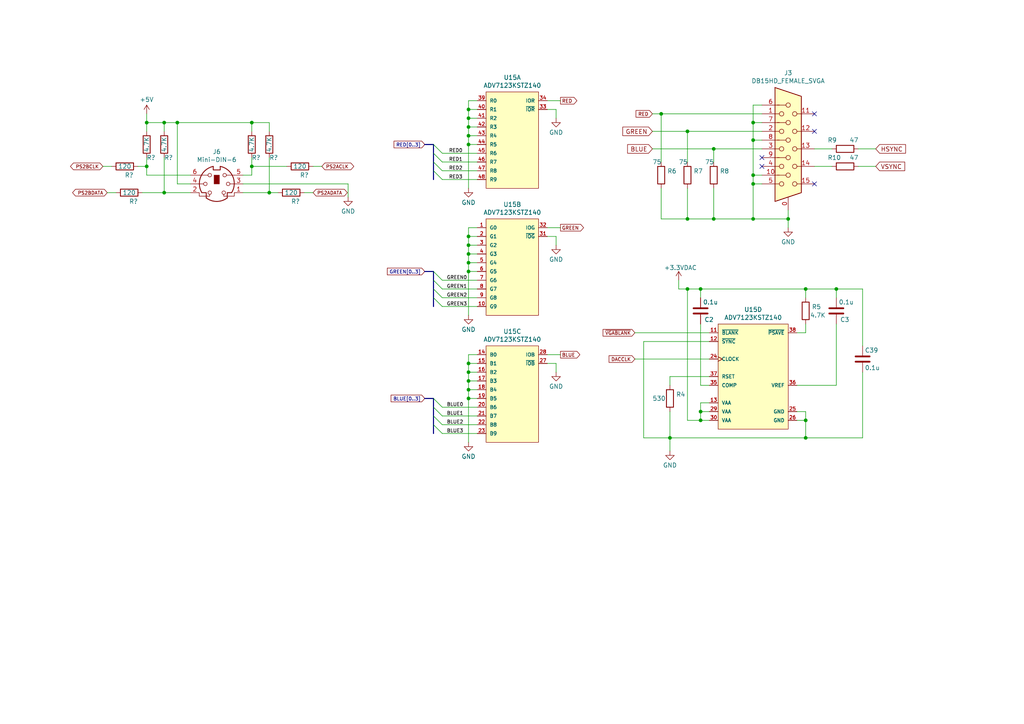
<source format=kicad_sch>
(kicad_sch (version 20230121) (generator eeschema)
  (paper "A4")
  (lib_symbols
    (symbol "Aslak:ADV7123KSTZ140" (pin_names (offset 1.016))
      (property "Reference" "U" (at 0 5.08 0))
      (property "Value" "ADV7123KSTZ140" (at 0 7.62 0))
      (symbol "ADV7123KSTZ140_1_1"
        (rectangle (start 5.08 2.54) (end 20.32 -25.4) (fill (type background)))
        (pin output line (at 22.86 -2.54 180) (length 2.54) (name "~{IOR}") (number "33"))
        (pin output line (at 22.86 0 180) (length 2.54) (name "IOR") (number "34"))
        (pin input line (at 2.54 0 0) (length 2.54) (name "R0") (number "39"))
        (pin input line (at 2.54 -2.54 0) (length 2.54) (name "R1") (number "40"))
        (pin input line (at 2.54 -5.08 0) (length 2.54) (name "R2") (number "41"))
        (pin input line (at 2.54 -7.62 0) (length 2.54) (name "R3") (number "42"))
        (pin input line (at 2.54 -10.16 0) (length 2.54) (name "R4") (number "43"))
        (pin input line (at 2.54 -12.7 0) (length 2.54) (name "R5") (number "44"))
        (pin input line (at 2.54 -15.24 0) (length 2.54) (name "R6") (number "45"))
        (pin input line (at 2.54 -17.78 0) (length 2.54) (name "R7") (number "46"))
        (pin input line (at 2.54 -20.32 0) (length 2.54) (name "R8") (number "47"))
        (pin input line (at 2.54 -22.86 0) (length 2.54) (name "R9") (number "48"))
      )
      (symbol "ADV7123KSTZ140_2_1"
        (rectangle (start 5.08 2.54) (end 20.32 -25.4) (fill (type background)))
        (pin input line (at 2.54 0 0) (length 2.54) (name "G0") (number "1"))
        (pin input line (at 2.54 -22.86 0) (length 2.54) (name "G9") (number "10"))
        (pin input line (at 2.54 -2.54 0) (length 2.54) (name "G1") (number "2"))
        (pin input line (at 2.54 -5.08 0) (length 2.54) (name "G2") (number "3"))
        (pin output line (at 22.86 -2.54 180) (length 2.54) (name "~{IOG}") (number "31"))
        (pin output line (at 22.86 0 180) (length 2.54) (name "IOG") (number "32"))
        (pin input line (at 2.54 -7.62 0) (length 2.54) (name "G3") (number "4"))
        (pin input line (at 2.54 -10.16 0) (length 2.54) (name "G4") (number "5"))
        (pin input line (at 2.54 -12.7 0) (length 2.54) (name "G5") (number "6"))
        (pin input line (at 2.54 -15.24 0) (length 2.54) (name "G6") (number "7"))
        (pin input line (at 2.54 -17.78 0) (length 2.54) (name "G7") (number "8"))
        (pin input line (at 2.54 -20.32 0) (length 2.54) (name "G8") (number "9"))
      )
      (symbol "ADV7123KSTZ140_3_1"
        (rectangle (start 5.08 2.54) (end 20.32 -25.4) (fill (type background)))
        (pin input line (at 2.54 0 0) (length 2.54) (name "B0") (number "14"))
        (pin input line (at 2.54 -2.54 0) (length 2.54) (name "B1") (number "15"))
        (pin input line (at 2.54 -5.08 0) (length 2.54) (name "B2") (number "16"))
        (pin input line (at 2.54 -7.62 0) (length 2.54) (name "B3") (number "17"))
        (pin input line (at 2.54 -10.16 0) (length 2.54) (name "B4") (number "18"))
        (pin input line (at 2.54 -12.7 0) (length 2.54) (name "B5") (number "19"))
        (pin input line (at 2.54 -15.24 0) (length 2.54) (name "B6") (number "20"))
        (pin input line (at 2.54 -17.78 0) (length 2.54) (name "B7") (number "21"))
        (pin input line (at 2.54 -20.32 0) (length 2.54) (name "B8") (number "22"))
        (pin input line (at 2.54 -22.86 0) (length 2.54) (name "B9") (number "23"))
        (pin output line (at 22.86 -2.54 180) (length 2.54) (name "~{IOB}") (number "27"))
        (pin output line (at 22.86 0 180) (length 2.54) (name "IOB") (number "28"))
      )
      (symbol "ADV7123KSTZ140_4_1"
        (rectangle (start 5.08 2.54) (end 25.4 -27.94) (fill (type background)))
        (pin input line (at 2.54 0 0) (length 2.54) (name "~{BLANK}") (number "11"))
        (pin input line (at 2.54 -2.54 0) (length 2.54) (name "~{SYNC}") (number "12"))
        (pin power_in line (at 2.54 -20.32 0) (length 2.54) (name "VAA") (number "13"))
        (pin input clock (at 2.54 -7.62 0) (length 2.54) (name "CLOCK") (number "24"))
        (pin power_in line (at 27.94 -22.86 180) (length 2.54) (name "GND") (number "25"))
        (pin power_in line (at 27.94 -25.4 180) (length 2.54) (name "GND") (number "26"))
        (pin power_in line (at 2.54 -22.86 0) (length 2.54) (name "VAA") (number "29"))
        (pin power_in line (at 2.54 -25.4 0) (length 2.54) (name "VAA") (number "30"))
        (pin passive line (at 2.54 -15.24 0) (length 2.54) (name "COMP") (number "35"))
        (pin bidirectional line (at 27.94 -15.24 180) (length 2.54) (name "VREF") (number "36"))
        (pin input line (at 2.54 -12.7 0) (length 2.54) (name "RSET") (number "37"))
        (pin input line (at 27.94 0 180) (length 2.54) (name "~{PSAVE}") (number "38"))
      )
    )
    (symbol "Connector:Mini-DIN-6" (pin_names (offset 1.016))
      (property "Reference" "J" (at 0 6.35 0))
      (property "Value" "Mini-DIN-6" (at 0 -6.35 0))
      (symbol "Mini-DIN-6_0_1"
        (circle (center -3.302 0) (radius 0.508))
        (arc (start -3.048 -4.064) (mid 0 -5.08) (end 3.048 -4.064) (stroke (width 0.254)))
        (circle (center -2.032 -2.54) (radius 0.508))
        (circle (center -2.032 2.54) (radius 0.508))
        (arc (start -1.016 5.08) (mid -4.6228 2.1214) (end -4.318 -2.54) (stroke (width 0.254)))
        (rectangle (start -0.762 2.54) (end 0.762 0) (fill (type outline)))
        (polyline (pts (xy -3.81 0) (xy -5.08 0)))
        (polyline (pts (xy -2.54 2.54) (xy -5.08 2.54)))
        (polyline (pts (xy 2.794 2.54) (xy 5.08 2.54)))
        (polyline (pts (xy 5.08 0) (xy 3.81 0)))
        (polyline (pts (xy -4.318 -2.54) (xy -3.048 -2.54) (xy -3.048 -4.064)) (stroke (width 0.254)))
        (polyline (pts (xy 4.318 -2.54) (xy 3.048 -2.54) (xy 3.048 -4.064)) (stroke (width 0.254)))
        (polyline (pts (xy -2.032 -3.048) (xy -2.032 -3.556) (xy -5.08 -3.556) (xy -5.08 -2.54)))
        (polyline (pts (xy -1.016 5.08) (xy -1.016 4.064) (xy 1.016 4.064) (xy 1.016 5.08)) (stroke (width 0.254)))
        (polyline (pts (xy 2.032 -3.048) (xy 2.032 -3.556) (xy 5.08 -3.556) (xy 5.08 -2.54)))
        (circle (center 2.032 -2.54) (radius 0.508))
        (circle (center 2.286 2.54) (radius 0.508))
        (circle (center 3.302 0) (radius 0.508))
        (arc (start 4.318 -2.54) (mid 4.6661 2.1322) (end 1.016 5.08) (stroke (width 0.254)))
      )
      (symbol "Mini-DIN-6_1_1"
        (pin passive line (at 7.62 -2.54 180) (length 2.54) (name "~") (number "1"))
        (pin passive line (at -7.62 -2.54 0) (length 2.54) (name "~") (number "2"))
        (pin passive line (at 7.62 0 180) (length 2.54) (name "~") (number "3"))
        (pin passive line (at -7.62 0 0) (length 2.54) (name "~") (number "4"))
        (pin passive line (at 7.62 2.54 180) (length 2.54) (name "~") (number "5"))
        (pin passive line (at -7.62 2.54 0) (length 2.54) (name "~") (number "6"))
      )
    )
    (symbol "Device:C" (pin_numbers hide) (pin_names (offset 0.254))
      (property "Reference" "C" (at 0.635 2.54 0))
      (property "Value" "C" (at 0.635 -2.54 0))
      (symbol "C_0_1"
        (polyline (pts (xy -2.032 -0.762) (xy 2.032 -0.762)) (stroke (width 0.508)))
        (polyline (pts (xy -2.032 0.762) (xy 2.032 0.762)) (stroke (width 0.508)))
      )
      (symbol "C_1_1"
        (pin passive line (at 0 3.81 270) (length 2.794) (name "~") (number "1"))
        (pin passive line (at 0 -3.81 90) (length 2.794) (name "~") (number "2"))
      )
    )
    (symbol "Device:R" (pin_numbers hide) (pin_names (offset 0))
      (property "Reference" "R" (at 2.032 0 90))
      (property "Value" "R" (at 0 0 90))
      (symbol "R_0_1"
        (rectangle (start -1.016 -2.54) (end 1.016 2.54) (stroke (width 0.254)))
      )
      (symbol "R_1_1"
        (pin passive line (at 0 3.81 270) (length 1.27) (name "~") (number "1"))
        (pin passive line (at 0 -3.81 90) (length 1.27) (name "~") (number "2"))
      )
    )
    (symbol "Video+Sound-rescue:DB15_Female_HighDensity_MountingHoles-Connector" (pin_names (offset 1.016) hide)
      (property "Reference" "J" (at 0 21.59 0))
      (property "Value" "Connector_DB15_Female_HighDensity_MountingHoles" (at 0 19.05 0))
      (symbol "DB15_Female_HighDensity_MountingHoles-Connector_0_1"
        (circle (center -1.905 -10.16) (radius 0.635))
        (circle (center -1.905 -5.08) (radius 0.635))
        (circle (center -1.905 0) (radius 0.635))
        (circle (center -1.905 5.08) (radius 0.635))
        (circle (center -1.905 10.16) (radius 0.635))
        (circle (center 0 -7.62) (radius 0.635))
        (circle (center 0 -2.54) (radius 0.635))
        (polyline (pts (xy -3.175 7.62) (xy -0.635 7.62)))
        (polyline (pts (xy -0.635 -7.62) (xy -3.175 -7.62)))
        (polyline (pts (xy -0.635 -2.54) (xy -3.175 -2.54)))
        (polyline (pts (xy -0.635 2.54) (xy -3.175 2.54)))
        (polyline (pts (xy -0.635 12.7) (xy -3.175 12.7)))
        (polyline (pts (xy -3.81 17.78) (xy -3.81 -15.24) (xy 3.81 -12.7) (xy 3.81 15.24) (xy -3.81 17.78)) (stroke (width 0.254)) (fill (type background)))
        (circle (center 0 2.54) (radius 0.635))
        (circle (center 0 7.62) (radius 0.635))
        (circle (center 0 12.7) (radius 0.635))
        (circle (center 1.905 -10.16) (radius 0.635))
        (circle (center 1.905 -5.08) (radius 0.635))
        (circle (center 1.905 0) (radius 0.635))
        (circle (center 1.905 5.08) (radius 0.635))
        (circle (center 1.905 10.16) (radius 0.635))
      )
      (symbol "DB15_Female_HighDensity_MountingHoles-Connector_1_1"
        (pin passive line (at 0 -17.78 90) (length 3.81) (name "~") (number "0"))
        (pin passive line (at -7.62 10.16 0) (length 5.08) (name "~") (number "1"))
        (pin passive line (at -7.62 -7.62 0) (length 5.08) (name "~") (number "10"))
        (pin passive line (at 7.62 10.16 180) (length 5.08) (name "~") (number "11"))
        (pin passive line (at 7.62 5.08 180) (length 5.08) (name "~") (number "12"))
        (pin passive line (at 7.62 0 180) (length 5.08) (name "~") (number "13"))
        (pin passive line (at 7.62 -5.08 180) (length 5.08) (name "~") (number "14"))
        (pin passive line (at 7.62 -10.16 180) (length 5.08) (name "~") (number "15"))
        (pin passive line (at -7.62 5.08 0) (length 5.08) (name "~") (number "2"))
        (pin passive line (at -7.62 0 0) (length 5.08) (name "~") (number "3"))
        (pin passive line (at -7.62 -5.08 0) (length 5.08) (name "~") (number "4"))
        (pin passive line (at -7.62 -10.16 0) (length 5.08) (name "~") (number "5"))
        (pin passive line (at -7.62 12.7 0) (length 5.08) (name "~") (number "6"))
        (pin passive line (at -7.62 7.62 0) (length 5.08) (name "~") (number "7"))
        (pin passive line (at -7.62 2.54 0) (length 5.08) (name "~") (number "8"))
        (pin passive line (at -7.62 -2.54 0) (length 5.08) (name "~") (number "9"))
      )
    )
    (symbol "power:+3.3VDAC" (power) (pin_names (offset 0))
      (property "Value" "+3.3VDAC" (at 0 2.54 0))
      (symbol "+3.3VDAC_0_0"
        (pin power_in line (at 0 0 90) (length 0) hide (name "+3.3VDAC") (number "1"))
      )
      (symbol "+3.3VDAC_0_1"
        (polyline (pts (xy -0.762 1.27) (xy 0 2.54)))
        (polyline (pts (xy 0 0) (xy 0 2.54)))
        (polyline (pts (xy 0 2.54) (xy 0.762 1.27)))
      )
    )
    (symbol "power:+5V" (power) (pin_names (offset 0))
      (property "Value" "+5V" (at 0 3.556 0))
      (symbol "+5V_0_1"
        (polyline (pts (xy -0.762 1.27) (xy 0 2.54)))
        (polyline (pts (xy 0 0) (xy 0 2.54)))
        (polyline (pts (xy 0 2.54) (xy 0.762 1.27)))
      )
      (symbol "+5V_1_1"
        (pin power_in line (at 0 0 90) (length 0) hide (name "+5V") (number "1"))
      )
    )
    (symbol "power:GND" (power) (pin_names (offset 0))
      (property "Value" "GND" (at 0 -3.81 0))
      (symbol "GND_0_1"
        (polyline (pts (xy 0 0) (xy 0 -1.27) (xy 1.27 -1.27) (xy 0 -2.54) (xy -1.27 -1.27) (xy 0 -1.27)))
      )
      (symbol "GND_1_1"
        (pin power_in line (at 0 0 270) (length 0) hide (name "GND") (number "1"))
      )
    )
  )
  (junction (at 135.89 36.83))
  (junction (at 78.105 55.88))
  (junction (at 199.39 38.1))
  (junction (at 218.44 40.64))
  (junction (at 73.025 48.26))
  (junction (at 228.6 63.5))
  (junction (at 203.2 83.82))
  (junction (at 203.2 121.92))
  (junction (at 47.625 55.88))
  (junction (at 135.89 34.29))
  (junction (at 135.89 78.74))
  (junction (at 135.89 76.2))
  (junction (at 233.68 83.82))
  (junction (at 135.89 39.37))
  (junction (at 135.89 105.41))
  (junction (at 218.44 53.34))
  (junction (at 199.39 63.5))
  (junction (at 218.44 35.56))
  (junction (at 233.68 127))
  (junction (at 42.545 35.56))
  (junction (at 207.01 63.5))
  (junction (at 135.89 68.58))
  (junction (at 135.89 31.75))
  (junction (at 218.44 50.8))
  (junction (at 135.89 107.95))
  (junction (at 135.89 73.66))
  (junction (at 135.89 110.49))
  (junction (at 191.77 33.02))
  (junction (at 233.68 121.92))
  (junction (at 199.39 83.82))
  (junction (at 135.89 113.03))
  (junction (at 135.89 115.57))
  (junction (at 42.545 48.26))
  (junction (at 135.89 71.12))
  (junction (at 242.57 83.82))
  (junction (at 73.025 35.56))
  (junction (at 207.01 43.18))
  (junction (at 135.89 41.91))
  (junction (at 194.31 127))
  (junction (at 203.2 119.38))
  (junction (at 47.625 35.56))
  (junction (at 51.435 35.56))
  (junction (at 218.44 63.5))
  (no_connect (at 220.98 45.72))
  (no_connect (at 220.98 48.26))
  (no_connect (at 236.22 33.02))
  (no_connect (at 236.22 53.34))
  (no_connect (at 236.22 38.1))
  (bus_entry (at 125.73 83.82) (size 2.54 2.54))
  (bus_entry (at 125.73 86.36) (size 2.54 2.54))
  (bus_entry (at 125.73 78.74) (size 2.54 2.54))
  (bus_entry (at 125.73 44.45) (size 2.54 2.54))
  (bus_entry (at 125.73 115.57) (size 2.54 2.54))
  (bus_entry (at 125.73 123.19) (size 2.54 2.54))
  (bus_entry (at 125.73 81.28) (size 2.54 2.54))
  (bus_entry (at 125.73 120.65) (size 2.54 2.54))
  (bus_entry (at 125.73 118.11) (size 2.54 2.54))
  (bus_entry (at 125.73 46.99) (size 2.54 2.54))
  (bus_entry (at 125.73 49.53) (size 2.54 2.54))
  (bus_entry (at 125.73 41.91) (size 2.54 2.54))
  (wire (pts (xy 135.89 68.58) (xy 138.43 68.58)))
  (wire (pts (xy 70.485 55.88) (xy 78.105 55.88)))
  (wire (pts (xy 158.75 105.41) (xy 161.29 105.41)))
  (bus (pts (xy 125.73 44.45) (xy 125.73 46.99)))
  (wire (pts (xy 191.77 63.5) (xy 191.77 54.61)))
  (wire (pts (xy 128.27 49.53) (xy 138.43 49.53)))
  (wire (pts (xy 138.43 29.21) (xy 135.89 29.21)))
  (wire (pts (xy 135.89 71.12) (xy 135.89 73.66)))
  (wire (pts (xy 218.44 30.48) (xy 220.98 30.48)))
  (wire (pts (xy 138.43 125.73) (xy 128.27 125.73)))
  (wire (pts (xy 250.19 83.82) (xy 242.57 83.82)))
  (wire (pts (xy 138.43 76.2) (xy 135.89 76.2)))
  (wire (pts (xy 135.89 36.83) (xy 135.89 39.37)))
  (wire (pts (xy 135.89 110.49) (xy 135.89 113.03)))
  (wire (pts (xy 78.105 45.72) (xy 78.105 55.88)))
  (wire (pts (xy 205.74 104.14) (xy 184.15 104.14)))
  (wire (pts (xy 73.025 38.1) (xy 73.025 35.56)))
  (wire (pts (xy 93.345 48.26) (xy 90.805 48.26)))
  (bus (pts (xy 125.73 46.99) (xy 125.73 49.53)))
  (wire (pts (xy 138.43 88.9) (xy 128.27 88.9)))
  (wire (pts (xy 135.89 39.37) (xy 138.43 39.37)))
  (wire (pts (xy 135.89 73.66) (xy 138.43 73.66)))
  (wire (pts (xy 161.29 105.41) (xy 161.29 107.95)))
  (wire (pts (xy 135.89 113.03) (xy 138.43 113.03)))
  (wire (pts (xy 218.44 40.64) (xy 218.44 35.56)))
  (wire (pts (xy 194.31 119.38) (xy 194.31 127)))
  (wire (pts (xy 135.89 110.49) (xy 138.43 110.49)))
  (wire (pts (xy 228.6 63.5) (xy 228.6 66.04)))
  (wire (pts (xy 186.69 99.06) (xy 205.74 99.06)))
  (wire (pts (xy 138.43 115.57) (xy 135.89 115.57)))
  (wire (pts (xy 189.23 43.18) (xy 207.01 43.18)))
  (wire (pts (xy 218.44 63.5) (xy 207.01 63.5)))
  (wire (pts (xy 135.89 66.04) (xy 135.89 68.58)))
  (wire (pts (xy 199.39 46.99) (xy 199.39 38.1)))
  (wire (pts (xy 135.89 102.87) (xy 135.89 105.41)))
  (wire (pts (xy 250.19 127) (xy 250.19 107.95)))
  (wire (pts (xy 135.89 113.03) (xy 135.89 115.57)))
  (bus (pts (xy 125.73 81.28) (xy 125.73 83.82)))
  (wire (pts (xy 189.23 33.02) (xy 191.77 33.02)))
  (wire (pts (xy 29.845 48.26) (xy 32.385 48.26)))
  (wire (pts (xy 218.44 53.34) (xy 220.98 53.34)))
  (wire (pts (xy 42.545 48.26) (xy 40.005 48.26)))
  (wire (pts (xy 158.75 31.75) (xy 161.29 31.75)))
  (wire (pts (xy 100.965 53.34) (xy 100.965 57.15)))
  (wire (pts (xy 135.89 102.87) (xy 138.43 102.87)))
  (bus (pts (xy 125.73 41.91) (xy 125.73 44.45)))
  (wire (pts (xy 138.43 118.11) (xy 128.27 118.11)))
  (wire (pts (xy 218.44 50.8) (xy 218.44 40.64)))
  (wire (pts (xy 135.89 41.91) (xy 138.43 41.91)))
  (wire (pts (xy 205.74 109.22) (xy 194.31 109.22)))
  (wire (pts (xy 47.625 38.1) (xy 47.625 35.56)))
  (wire (pts (xy 194.31 127) (xy 233.68 127)))
  (wire (pts (xy 128.27 44.45) (xy 138.43 44.45)))
  (wire (pts (xy 158.75 102.87) (xy 162.56 102.87)))
  (wire (pts (xy 220.98 50.8) (xy 218.44 50.8)))
  (wire (pts (xy 161.29 31.75) (xy 161.29 34.29)))
  (wire (pts (xy 199.39 38.1) (xy 220.98 38.1)))
  (wire (pts (xy 83.185 48.26) (xy 73.025 48.26)))
  (bus (pts (xy 125.73 41.91) (xy 123.19 41.91)))
  (wire (pts (xy 233.68 127) (xy 250.19 127)))
  (wire (pts (xy 228.6 63.5) (xy 218.44 63.5)))
  (wire (pts (xy 242.57 111.76) (xy 242.57 93.98)))
  (bus (pts (xy 125.73 78.74) (xy 125.73 81.28)))
  (wire (pts (xy 135.89 71.12) (xy 138.43 71.12)))
  (wire (pts (xy 138.43 66.04) (xy 135.89 66.04)))
  (wire (pts (xy 42.545 33.02) (xy 42.545 35.56)))
  (wire (pts (xy 135.89 36.83) (xy 138.43 36.83)))
  (wire (pts (xy 135.89 76.2) (xy 135.89 78.74)))
  (wire (pts (xy 42.545 35.56) (xy 47.625 35.56)))
  (wire (pts (xy 203.2 111.76) (xy 203.2 93.98)))
  (wire (pts (xy 220.98 35.56) (xy 218.44 35.56)))
  (wire (pts (xy 199.39 83.82) (xy 196.85 83.82)))
  (wire (pts (xy 207.01 46.99) (xy 207.01 43.18)))
  (wire (pts (xy 138.43 31.75) (xy 135.89 31.75)))
  (wire (pts (xy 138.43 86.36) (xy 128.27 86.36)))
  (wire (pts (xy 135.89 73.66) (xy 135.89 76.2)))
  (wire (pts (xy 203.2 119.38) (xy 203.2 121.92)))
  (wire (pts (xy 248.92 43.18) (xy 254 43.18)))
  (wire (pts (xy 250.19 100.33) (xy 250.19 83.82)))
  (bus (pts (xy 125.73 123.19) (xy 125.73 125.73)))
  (wire (pts (xy 194.31 109.22) (xy 194.31 111.76)))
  (wire (pts (xy 191.77 33.02) (xy 191.77 46.99)))
  (wire (pts (xy 194.31 127) (xy 194.31 130.81)))
  (wire (pts (xy 135.89 105.41) (xy 138.43 105.41)))
  (wire (pts (xy 138.43 120.65) (xy 128.27 120.65)))
  (wire (pts (xy 194.31 127) (xy 186.69 127)))
  (wire (pts (xy 73.025 35.56) (xy 78.105 35.56)))
  (wire (pts (xy 135.89 34.29) (xy 135.89 36.83)))
  (wire (pts (xy 218.44 63.5) (xy 218.44 53.34)))
  (wire (pts (xy 203.2 121.92) (xy 199.39 121.92)))
  (wire (pts (xy 47.625 55.88) (xy 55.245 55.88)))
  (wire (pts (xy 203.2 83.82) (xy 199.39 83.82)))
  (wire (pts (xy 236.22 43.18) (xy 241.3 43.18)))
  (wire (pts (xy 55.245 50.8) (xy 42.545 50.8)))
  (wire (pts (xy 205.74 96.52) (xy 184.15 96.52)))
  (wire (pts (xy 203.2 86.36) (xy 203.2 83.82)))
  (bus (pts (xy 125.73 49.53) (xy 125.73 52.07)))
  (wire (pts (xy 231.14 121.92) (xy 233.68 121.92)))
  (wire (pts (xy 73.025 45.72) (xy 73.025 48.26)))
  (wire (pts (xy 161.29 68.58) (xy 161.29 71.12)))
  (bus (pts (xy 125.73 115.57) (xy 123.19 115.57)))
  (wire (pts (xy 233.68 83.82) (xy 242.57 83.82)))
  (wire (pts (xy 135.89 78.74) (xy 135.89 91.44)))
  (wire (pts (xy 203.2 121.92) (xy 205.74 121.92)))
  (wire (pts (xy 203.2 116.84) (xy 203.2 119.38)))
  (wire (pts (xy 199.39 63.5) (xy 191.77 63.5)))
  (wire (pts (xy 42.545 45.72) (xy 42.545 48.26)))
  (wire (pts (xy 128.27 46.99) (xy 138.43 46.99)))
  (wire (pts (xy 70.485 53.34) (xy 100.965 53.34)))
  (wire (pts (xy 207.01 63.5) (xy 199.39 63.5)))
  (wire (pts (xy 231.14 96.52) (xy 233.68 96.52)))
  (wire (pts (xy 51.435 53.34) (xy 55.245 53.34)))
  (wire (pts (xy 135.89 107.95) (xy 138.43 107.95)))
  (wire (pts (xy 135.89 78.74) (xy 138.43 78.74)))
  (wire (pts (xy 186.69 127) (xy 186.69 99.06)))
  (wire (pts (xy 203.2 119.38) (xy 205.74 119.38)))
  (bus (pts (xy 125.73 120.65) (xy 125.73 123.19)))
  (wire (pts (xy 236.22 48.26) (xy 241.3 48.26)))
  (wire (pts (xy 199.39 121.92) (xy 199.39 83.82)))
  (wire (pts (xy 191.77 33.02) (xy 220.98 33.02)))
  (wire (pts (xy 135.89 31.75) (xy 135.89 34.29)))
  (wire (pts (xy 135.89 41.91) (xy 135.89 54.61)))
  (wire (pts (xy 233.68 121.92) (xy 233.68 119.38)))
  (wire (pts (xy 42.545 48.26) (xy 42.545 50.8)))
  (wire (pts (xy 233.68 86.36) (xy 233.68 83.82)))
  (wire (pts (xy 220.98 40.64) (xy 218.44 40.64)))
  (wire (pts (xy 51.435 53.34) (xy 51.435 35.56)))
  (wire (pts (xy 207.01 43.18) (xy 220.98 43.18)))
  (wire (pts (xy 158.75 68.58) (xy 161.29 68.58)))
  (wire (pts (xy 203.2 83.82) (xy 233.68 83.82)))
  (bus (pts (xy 125.73 86.36) (xy 125.73 88.9)))
  (wire (pts (xy 135.89 68.58) (xy 135.89 71.12)))
  (wire (pts (xy 205.74 116.84) (xy 203.2 116.84)))
  (wire (pts (xy 158.75 66.04) (xy 162.56 66.04)))
  (wire (pts (xy 207.01 54.61) (xy 207.01 63.5)))
  (wire (pts (xy 228.6 60.96) (xy 228.6 63.5)))
  (wire (pts (xy 80.645 55.88) (xy 78.105 55.88)))
  (bus (pts (xy 125.73 118.11) (xy 125.73 120.65)))
  (wire (pts (xy 42.545 38.1) (xy 42.545 35.56)))
  (bus (pts (xy 125.73 78.74) (xy 123.19 78.74)))
  (wire (pts (xy 135.89 39.37) (xy 135.89 41.91)))
  (wire (pts (xy 231.14 111.76) (xy 242.57 111.76)))
  (wire (pts (xy 135.89 107.95) (xy 135.89 110.49)))
  (wire (pts (xy 138.43 81.28) (xy 128.27 81.28)))
  (wire (pts (xy 242.57 83.82) (xy 242.57 86.36)))
  (wire (pts (xy 31.115 55.88) (xy 33.655 55.88)))
  (wire (pts (xy 90.805 55.88) (xy 88.265 55.88)))
  (wire (pts (xy 128.27 52.07) (xy 138.43 52.07)))
  (wire (pts (xy 47.625 55.88) (xy 41.275 55.88)))
  (wire (pts (xy 189.23 38.1) (xy 199.39 38.1)))
  (wire (pts (xy 138.43 123.19) (xy 128.27 123.19)))
  (wire (pts (xy 135.89 29.21) (xy 135.89 31.75)))
  (wire (pts (xy 78.105 35.56) (xy 78.105 38.1)))
  (wire (pts (xy 248.92 48.26) (xy 254 48.26)))
  (wire (pts (xy 196.85 81.28) (xy 196.85 83.82)))
  (wire (pts (xy 138.43 83.82) (xy 128.27 83.82)))
  (wire (pts (xy 70.485 50.8) (xy 73.025 50.8)))
  (bus (pts (xy 125.73 83.82) (xy 125.73 86.36)))
  (wire (pts (xy 218.44 53.34) (xy 218.44 50.8)))
  (bus (pts (xy 125.73 115.57) (xy 125.73 118.11)))
  (wire (pts (xy 231.14 119.38) (xy 233.68 119.38)))
  (wire (pts (xy 158.75 29.21) (xy 162.56 29.21)))
  (wire (pts (xy 51.435 35.56) (xy 73.025 35.56)))
  (wire (pts (xy 233.68 96.52) (xy 233.68 93.98)))
  (wire (pts (xy 233.68 127) (xy 233.68 121.92)))
  (wire (pts (xy 47.625 45.72) (xy 47.625 55.88)))
  (wire (pts (xy 205.74 111.76) (xy 203.2 111.76)))
  (wire (pts (xy 135.89 105.41) (xy 135.89 107.95)))
  (wire (pts (xy 73.025 48.26) (xy 73.025 50.8)))
  (wire (pts (xy 218.44 35.56) (xy 218.44 30.48)))
  (wire (pts (xy 135.89 115.57) (xy 135.89 128.27)))
  (wire (pts (xy 135.89 34.29) (xy 138.43 34.29)))
  (wire (pts (xy 47.625 35.56) (xy 51.435 35.56)))
  (wire (pts (xy 199.39 54.61) (xy 199.39 63.5)))
  (label "GREEN1" (at 129.54 83.82 0) (effects (font (size 0.9906 0.9906))))
  (label "BLUE1" (at 129.54 120.65 0) (effects (font (size 0.9906 0.9906))))
  (label "GREEN0" (at 129.54 81.28 0) (effects (font (size 0.9906 0.9906))))
  (label "RED1" (at 130.175 46.99 0) (effects (font (size 0.9906 0.9906))))
  (label "BLUE0" (at 129.54 118.11 0) (effects (font (size 0.9906 0.9906))))
  (label "GREEN3" (at 129.54 88.9 0) (effects (font (size 0.9906 0.9906))))
  (label "BLUE2" (at 129.54 123.19 0) (effects (font (size 0.9906 0.9906))))
  (label "BLUE3" (at 129.54 125.73 0) (effects (font (size 0.9906 0.9906))))
  (label "GREEN2" (at 129.54 86.36 0) (effects (font (size 0.9906 0.9906))))
  (label "RED3" (at 130.175 52.07 0) (effects (font (size 0.9906 0.9906))))
  (label "RED2" (at 130.175 49.53 0) (effects (font (size 0.9906 0.9906))))
  (label "RED0" (at 130.175 44.45 0) (effects (font (size 0.9906 0.9906))))
  (global_label "PS2ACLK" (shape bidirectional) (at 93.345 48.26 0) (effects (font (size 0.9906 0.9906))) (property "Intersheetrefs" "${INTERSHEET_REFS}" (effects hide)))
  (global_label "RED" (shape output) (at 162.56 29.21 0) (effects (font (size 0.9906 0.9906))) (property "Intersheetrefs" "${INTERSHEET_REFS}" (effects hide)))
  (global_label "PS2BDATA" (shape bidirectional) (at 31.115 55.88 180) (effects (font (size 0.9906 0.9906))) (property "Intersheetrefs" "${INTERSHEET_REFS}" (effects hide)))
  (global_label "~{VGABLANK}" (shape input) (at 184.15 96.52 180) (effects (font (size 0.9906 0.9906))) (property "Intersheetrefs" "${INTERSHEET_REFS}" (effects hide)))
  (global_label "RED[0..3]" (shape input) (at 123.19 41.91 180) (effects (font (size 0.9906 0.9906))) (property "Intersheetrefs" "${INTERSHEET_REFS}" (effects hide)))
  (global_label "BLUE[0..3]" (shape input) (at 123.19 115.57 180) (effects (font (size 0.9906 0.9906))) (property "Intersheetrefs" "${INTERSHEET_REFS}" (effects hide)))
  (global_label "BLUE" (shape input) (at 189.23 43.18 180) (property "Intersheetrefs" "${INTERSHEET_REFS}" (effects hide)))
  (global_label "BLUE" (shape output) (at 162.56 102.87 0) (effects (font (size 0.9906 0.9906))) (property "Intersheetrefs" "${INTERSHEET_REFS}" (effects hide)))
  (global_label "PS2ADATA" (shape bidirectional) (at 90.805 55.88 0) (effects (font (size 0.9906 0.9906))) (property "Intersheetrefs" "${INTERSHEET_REFS}" (effects hide)))
  (global_label "GREEN" (shape input) (at 189.23 38.1 180) (property "Intersheetrefs" "${INTERSHEET_REFS}" (effects hide)))
  (global_label "HSYNC" (shape input) (at 254 43.18 0) (property "Intersheetrefs" "${INTERSHEET_REFS}" (effects hide)))
  (global_label "GREEN" (shape output) (at 162.56 66.04 0) (effects (font (size 0.9906 0.9906))) (property "Intersheetrefs" "${INTERSHEET_REFS}" (effects hide)))
  (global_label "GREEN[0..3]" (shape input) (at 123.19 78.74 180) (effects (font (size 0.9906 0.9906))) (property "Intersheetrefs" "${INTERSHEET_REFS}" (effects hide)))
  (global_label "RED" (shape input) (at 189.23 33.02 180) (effects (font (size 0.9906 0.9906))) (property "Intersheetrefs" "${INTERSHEET_REFS}" (effects hide)))
  (global_label "DACCLK" (shape input) (at 184.15 104.14 180) (effects (font (size 0.9906 0.9906))) (property "Intersheetrefs" "${INTERSHEET_REFS}" (effects hide)))
  (global_label "VSYNC" (shape input) (at 254 48.26 0) (property "Intersheetrefs" "${INTERSHEET_REFS}" (effects hide)))
  (global_label "PS2BCLK" (shape bidirectional) (at 29.845 48.26 180) (effects (font (size 0.9906 0.9906))) (property "Intersheetrefs" "${INTERSHEET_REFS}" (effects hide)))
  (symbol (lib_id "Connector:Mini-DIN-6") (at 62.865 53.34 0) (unit 1)
    (property "Reference" "J6" (at 62.865 44.0182 0))
    (property "Value" "Mini-DIN-6" (at 62.865 46.3296 0))
    (property "Footprint" "aslakfp:Connector_Mini-DIN_Female_6Pin_2rows" (effects hide))
    (property "Datasheet" "http://service.powerdynamics.com/ec/Catalog17/Section%2011.pdf" (effects hide))
    (instances (project "MAXI030" (path "" (reference "J6") (unit 1)) (path "" (reference "J?") (unit 1))) (project "ICE40UPDevBoard" (path "" (reference "J3") (unit 1))))
  )
  (symbol (lib_id "Device:R") (at 194.31 115.57 0) (unit 1)
    (property "Reference" "R4" (at 196.088 114.4016 0) (effects (justify left)))
    (property "Value" "530" (at 189.23 115.57 0) (effects (justify left)))
    (property "Footprint" "Resistor_SMD:R_0805_2012Metric" (effects hide))
  )
  (symbol (lib_id "Device:R") (at 73.025 41.91 180) (unit 1)
    (property "Reference" "R?" (at 74.295 45.72 0))
    (property "Value" "4.7K" (at 73.025 41.91 90))
    (property "Footprint" "Resistor_SMD:R_0805_2012Metric" (effects hide))
    (instances (project "MAXI030" (path "" (reference "R?") (unit 1)) (path "" (reference "R?") (unit 1)) (path "" (reference "R15") (unit 1))) (project "ICE40UPDevBoard" (path "" (reference "R15") (unit 1))))
  )
  (symbol (lib_id "power:GND") (at 161.29 71.12 0) (unit 1)
    (property "Reference" "#PWR02" (effects hide))
    (property "Value" "GND" (at 161.29 75.2531 0))
    (instances (project "ICE40UPDevBoard" (path "" (reference "#PWR02") (unit 1)) (path "" (reference "#PWR027") (unit 1))) (project "MDFPGA" (path "" (reference "#PWR02") (unit 1)) (path "" (reference "#PWR024") (unit 1))))
  )
  (symbol (lib_id "Aslak:ADV7123KSTZ140") (at 135.89 102.87 0) (unit 3)
    (property "Reference" "U15" (at 148.59 96.139 0))
    (property "Value" "ADV7123KSTZ140" (at 148.59 98.4504 0))
    (property "Footprint" "Package_QFP:LQFP-48_7x7mm_P0.5mm" (effects hide))
    (property "Datasheet" "http://www.analog.com/static/imported-files/data_sheets/ADV7123.pdf" (effects hide))
    (property "Component Link 1 Description" "Manufacturer URL" (effects hide))
    (property "Component Link 1 URL" "http://www.analog.com/en/index.html" (effects hide))
    (property "Component Link 3 Description" "Package Specification" (effects hide))
    (property "Component Link 3 URL" "http://www.analog.com/static/imported-files/packages/PKG_PDF/LQFP%28ST%29/ST_48.pdf" (effects hide))
    (property "Component Link 4 Description" "Product URL" (effects hide))
    (property "Component Link 4 URL" "http://www.analog.com/en/digital-to-analog-converters/da-converters/adv7123/products/product.html" (effects hide))
    (property "Datasheet Version" "Rev.D" (effects hide))
    (property "Max V" "5.25V" (effects hide))
    (property "Mounting Technology" "Surface Mount" (effects hide))
    (property "Op Pwr Diss" "485mW" (effects hide))
    (property "Package Description" "48-Pin Thin Quad Flat Pack 0.5 mm Pitch" (effects hide))
    (property "Package Version" "revA" (effects hide))
    (property "Packing" "Tray" (effects hide))
    (property "Resolution Bits" "10" (effects hide))
    (property "Settling Time" "15ns" (effects hide))
    (property "Single Supply" "Yes" (effects hide))
    (property "DAC Outputs" "3" (effects hide))
    (property "category" "IC" (effects hide))
    (property "ciiva ids" "10376563" (effects hide))
    (property "library id" "9279c52be2b19c6f" (effects hide))
    (property "manufacturer" "Analog Devices" (effects hide))
    (property "package" "ST-48" (effects hide))
    (property "release date" "1387038551" (effects hide))
    (property "rohs" "Yes" (effects hide))
    (property "vault revision" "6CC5676B-13CA-48F6-8D93-2446CA7DCBE9" (effects hide))
    (property "imported" "yes" (effects hide))
    (instances (project "Video+Sound" (path "" (reference "U15") (unit 3))) (project "ICE40UPDevBoard" (path "" (reference "U5") (unit 3))))
  )
  (symbol (lib_id "power:GND") (at 161.29 107.95 0) (unit 1)
    (property "Reference" "#PWR02" (effects hide))
    (property "Value" "GND" (at 161.29 112.0831 0))
    (instances (project "ICE40UPDevBoard" (path "" (reference "#PWR02") (unit 1)) (path "" (reference "#PWR028") (unit 1))) (project "MDFPGA" (path "" (reference "#PWR02") (unit 1)) (path "" (reference "#PWR024") (unit 1))))
  )
  (symbol (lib_id "power:GND") (at 135.89 91.44 0) (unit 1)
    (property "Reference" "#PWR02" (effects hide))
    (property "Value" "GND" (at 135.89 95.5731 0))
    (instances (project "ICE40UPDevBoard" (path "" (reference "#PWR02") (unit 1)) (path "" (reference "#PWR025") (unit 1))) (project "MDFPGA" (path "" (reference "#PWR02") (unit 1)) (path "" (reference "#PWR024") (unit 1))))
  )
  (symbol (lib_id "power:+3.3VDAC") (at 196.85 81.28 0) (unit 1)
    (property "Reference" "#PWR05" (effects hide))
    (property "Value" "+3.3VDAC" (at 197.358 77.6478 0))
    (instances (project "Video+Sound" (path "" (reference "#PWR05") (unit 1))) (project "ICE40UPDevBoard" (path "" (reference "#PWR030") (unit 1))))
  )
  (symbol (lib_id "Device:C") (at 203.2 90.17 180) (unit 1)
    (property "Reference" "C2" (at 207.01 92.71 0) (effects (justify left)))
    (property "Value" "0.1u" (at 208.28 87.63 0) (effects (justify left)))
    (property "Footprint" "Capacitor_SMD:C_0805_2012Metric" (effects hide))
    (instances (project "Video+Sound" (path "" (reference "C2") (unit 1)) (path "" (reference "C?") (unit 1))) (project "ICE40UPDevBoard" (path "" (reference "C20") (unit 1))))
  )
  (symbol (lib_id "Device:R") (at 36.195 48.26 90) (unit 1)
    (property "Reference" "R?" (at 37.465 50.8 90))
    (property "Value" "120" (at 36.195 48.26 90))
    (property "Footprint" "Resistor_SMD:R_0805_2012Metric" (effects hide))
    (instances (project "MAXI030" (path "" (reference "R?") (unit 1)) (path "" (reference "R?") (unit 1)) (path "" (reference "R30") (unit 1))) (project "ICE40UPDevBoard" (path "" (reference "R11") (unit 1))))
  )
  (symbol (lib_id "Device:R") (at 86.995 48.26 90) (unit 1)
    (property "Reference" "R?" (at 88.265 50.8 90))
    (property "Value" "120" (at 86.995 48.26 90))
    (property "Footprint" "Resistor_SMD:R_0805_2012Metric" (effects hide))
    (instances (project "MAXI030" (path "" (reference "R?") (unit 1)) (path "" (reference "R?") (unit 1)) (path "" (reference "R33") (unit 1))) (project "ICE40UPDevBoard" (path "" (reference "R18") (unit 1))))
  )
  (symbol (lib_id "Device:C") (at 250.19 104.14 0) (unit 1)
    (property "Reference" "C39" (at 250.825 101.6 0) (effects (justify left)))
    (property "Value" "0.1u" (at 250.825 106.68 0) (effects (justify left)))
    (property "Footprint" "Capacitor_SMD:C_0805_2012Metric" (effects hide))
    (instances (project "Video+Sound" (path "" (reference "C39") (unit 1)) (path "" (reference "C?") (unit 1))) (project "ICE40UPDevBoard" (path "" (reference "C22") (unit 1))))
  )
  (symbol (lib_id "Aslak:ADV7123KSTZ140") (at 135.89 29.21 0) (unit 1)
    (property "Reference" "U15" (at 148.59 22.479 0))
    (property "Value" "ADV7123KSTZ140" (at 148.59 24.7904 0))
    (property "Footprint" "Package_QFP:LQFP-48_7x7mm_P0.5mm" (effects hide))
    (property "Datasheet" "http://www.analog.com/static/imported-files/data_sheets/ADV7123.pdf" (effects hide))
    (property "Component Link 1 Description" "Manufacturer URL" (effects hide))
    (property "Component Link 1 URL" "http://www.analog.com/en/index.html" (effects hide))
    (property "Component Link 3 Description" "Package Specification" (effects hide))
    (property "Component Link 3 URL" "http://www.analog.com/static/imported-files/packages/PKG_PDF/LQFP%28ST%29/ST_48.pdf" (effects hide))
    (property "Component Link 4 Description" "Product URL" (effects hide))
    (property "Component Link 4 URL" "http://www.analog.com/en/digital-to-analog-converters/da-converters/adv7123/products/product.html" (effects hide))
    (property "Datasheet Version" "Rev.D" (effects hide))
    (property "Max V" "5.25V" (effects hide))
    (property "Mounting Technology" "Surface Mount" (effects hide))
    (property "Op Pwr Diss" "485mW" (effects hide))
    (property "Package Description" "48-Pin Thin Quad Flat Pack 0.5 mm Pitch" (effects hide))
    (property "Package Version" "revA" (effects hide))
    (property "Packing" "Tray" (effects hide))
    (property "Resolution Bits" "10" (effects hide))
    (property "Settling Time" "15ns" (effects hide))
    (property "Single Supply" "Yes" (effects hide))
    (property "DAC Outputs" "3" (effects hide))
    (property "category" "IC" (effects hide))
    (property "ciiva ids" "10376563" (effects hide))
    (property "library id" "9279c52be2b19c6f" (effects hide))
    (property "manufacturer" "Analog Devices" (effects hide))
    (property "package" "ST-48" (effects hide))
    (property "release date" "1387038551" (effects hide))
    (property "rohs" "Yes" (effects hide))
    (property "vault revision" "6CC5676B-13CA-48F6-8D93-2446CA7DCBE9" (effects hide))
    (property "imported" "yes" (effects hide))
    (instances (project "Video+Sound" (path "" (reference "U15") (unit 1))) (project "ICE40UPDevBoard" (path "" (reference "U5") (unit 1))))
  )
  (symbol (lib_id "Device:R") (at 199.39 50.8 0) (unit 1)
    (property "Reference" "R7" (at 201.168 49.6316 0) (effects (justify left)))
    (property "Value" "75" (at 196.85 46.99 0) (effects (justify left)))
    (property "Footprint" "Resistor_SMD:R_0805_2012Metric" (effects hide))
    (instances (project "Video+Sound" (path "" (reference "R7") (unit 1))) (project "ICE40UPDevBoard" (path "" (reference "R6") (unit 1))))
  )
  (symbol (lib_id "Device:R") (at 37.465 55.88 90) (unit 1)
    (property "Reference" "R?" (at 38.735 58.42 90))
    (property "Value" "120" (at 37.465 55.88 90))
    (property "Footprint" "Resistor_SMD:R_0805_2012Metric" (effects hide))
    (instances (project "MAXI030" (path "" (reference "R?") (unit 1)) (path "" (reference "R?") (unit 1)) (path "" (reference "R31") (unit 1))) (project "ICE40UPDevBoard" (path "" (reference "R12") (unit 1))))
  )
  (symbol (lib_id "power:GND") (at 100.965 57.15 0) (unit 1)
    (property "Reference" "#PWR02" (effects hide))
    (property "Value" "GND" (at 100.965 61.2831 0))
    (instances (project "ICE40UPDevBoard" (path "" (reference "#PWR02") (unit 1)) (path "" (reference "#PWR023") (unit 1))) (project "MDFPGA" (path "" (reference "#PWR02") (unit 1)) (path "" (reference "#PWR024") (unit 1))))
  )
  (symbol (lib_id "Device:R") (at 245.11 48.26 270) (unit 1)
    (property "Reference" "R10" (at 240.03 45.72 90) (effects (justify left)))
    (property "Value" "47" (at 246.38 45.72 90) (effects (justify left)))
    (property "Footprint" "Resistor_SMD:R_0805_2012Metric" (effects hide))
  )
  (symbol (lib_id "power:GND") (at 161.29 34.29 0) (unit 1)
    (property "Reference" "#PWR02" (effects hide))
    (property "Value" "GND" (at 161.29 38.4231 0))
    (instances (project "ICE40UPDevBoard" (path "" (reference "#PWR02") (unit 1)) (path "" (reference "#PWR026") (unit 1))) (project "MDFPGA" (path "" (reference "#PWR02") (unit 1)) (path "" (reference "#PWR024") (unit 1))))
  )
  (symbol (lib_id "power:GND") (at 135.89 128.27 0) (unit 1)
    (property "Reference" "#PWR02" (effects hide))
    (property "Value" "GND" (at 135.89 132.4031 0))
    (instances (project "ICE40UPDevBoard" (path "" (reference "#PWR02") (unit 1)) (path "" (reference "#PWR029") (unit 1))) (project "MDFPGA" (path "" (reference "#PWR02") (unit 1)) (path "" (reference "#PWR024") (unit 1))))
  )
  (symbol (lib_id "power:GND") (at 194.31 130.81 0) (unit 1)
    (property "Reference" "#PWR02" (effects hide))
    (property "Value" "GND" (at 194.31 134.9431 0))
    (instances (project "ICE40UPDevBoard" (path "" (reference "#PWR02") (unit 1)) (path "" (reference "#PWR031") (unit 1))) (project "MDFPGA" (path "" (reference "#PWR02") (unit 1)) (path "" (reference "#PWR024") (unit 1))))
  )
  (symbol (lib_id "Device:R") (at 207.01 50.8 0) (unit 1)
    (property "Reference" "R8" (at 208.788 49.6316 0) (effects (justify left)))
    (property "Value" "75" (at 204.47 46.99 0) (effects (justify left)))
    (property "Footprint" "Resistor_SMD:R_0805_2012Metric" (effects hide))
    (instances (project "Video+Sound" (path "" (reference "R8") (unit 1))) (project "ICE40UPDevBoard" (path "" (reference "R7") (unit 1))))
  )
  (symbol (lib_id "power:GND") (at 228.6 66.04 0) (unit 1)
    (property "Reference" "#PWR02" (effects hide))
    (property "Value" "GND" (at 228.6 70.1731 0))
    (instances (project "ICE40UPDevBoard" (path "" (reference "#PWR02") (unit 1)) (path "" (reference "#PWR033") (unit 1))) (project "MDFPGA" (path "" (reference "#PWR02") (unit 1)) (path "" (reference "#PWR024") (unit 1))))
  )
  (symbol (lib_id "Device:C") (at 242.57 90.17 180) (unit 1)
    (property "Reference" "C3" (at 246.38 92.71 0) (effects (justify left)))
    (property "Value" "0.1u" (at 247.65 87.63 0) (effects (justify left)))
    (property "Footprint" "Capacitor_SMD:C_0805_2012Metric" (effects hide))
    (instances (project "Video+Sound" (path "" (reference "C3") (unit 1)) (path "" (reference "C?") (unit 1))) (project "ICE40UPDevBoard" (path "" (reference "C21") (unit 1))))
  )
  (symbol (lib_id "Device:R") (at 47.625 41.91 180) (unit 1)
    (property "Reference" "R?" (at 48.895 45.72 0))
    (property "Value" "4.7K" (at 47.625 41.91 90))
    (property "Footprint" "Resistor_SMD:R_0805_2012Metric" (effects hide))
    (instances (project "MAXI030" (path "" (reference "R?") (unit 1)) (path "" (reference "R?") (unit 1)) (path "" (reference "R14") (unit 1))) (project "ICE40UPDevBoard" (path "" (reference "R14") (unit 1))))
  )
  (symbol (lib_id "power:GND") (at 135.89 54.61 0) (unit 1)
    (property "Reference" "#PWR02" (effects hide))
    (property "Value" "GND" (at 135.89 58.7431 0))
    (instances (project "ICE40UPDevBoard" (path "" (reference "#PWR02") (unit 1)) (path "" (reference "#PWR024") (unit 1))) (project "MDFPGA" (path "" (reference "#PWR02") (unit 1)) (path "" (reference "#PWR024") (unit 1))))
  )
  (symbol (lib_id "Video+Sound-rescue:DB15_Female_HighDensity_MountingHoles-Connector") (at 228.6 43.18 0) (unit 1)
    (property "Reference" "J3" (at 228.6 21.1582 0))
    (property "Value" "DB15HD_FEMALE_SVGA" (at 228.6 23.4696 0))
    (property "Footprint" "Connector_Dsub:DSUB-15-HD_Female_Horizontal_P2.29x1.98mm_EdgePinOffset3.03mm_Housed_MountingHolesOffset4.94mm" (effects hide))
    (property "Datasheet" " ~" (effects hide))
    (instances (project "Video+Sound" (path "" (reference "J3") (unit 1)) (path "" (reference "J?") (unit 1))) (project "ICE40UPDevBoard" (path "" (reference "J2") (unit 1))))
  )
  (symbol (lib_id "Device:R") (at 78.105 41.91 180) (unit 1)
    (property "Reference" "R?" (at 79.375 45.72 0))
    (property "Value" "4.7K" (at 78.105 41.91 90))
    (property "Footprint" "Resistor_SMD:R_0805_2012Metric" (effects hide))
    (instances (project "MAXI030" (path "" (reference "R?") (unit 1)) (path "" (reference "R?") (unit 1)) (path "" (reference "R16") (unit 1))) (project "ICE40UPDevBoard" (path "" (reference "R16") (unit 1))))
  )
  (symbol (lib_id "Device:R") (at 233.68 90.17 0) (unit 1)
    (property "Reference" "R5" (at 235.458 89.0016 0) (effects (justify left)))
    (property "Value" "4.7K" (at 234.95 91.44 0) (effects (justify left)))
    (property "Footprint" "Resistor_SMD:R_0805_2012Metric" (effects hide))
    (instances (project "Video+Sound" (path "" (reference "R5") (unit 1))) (project "ICE40UPDevBoard" (path "" (reference "R8") (unit 1))))
  )
  (symbol (lib_id "Aslak:ADV7123KSTZ140") (at 203.2 96.52 0) (unit 4)
    (property "Reference" "U15" (at 218.44 89.789 0))
    (property "Value" "ADV7123KSTZ140" (at 218.44 92.1004 0))
    (property "Footprint" "Package_QFP:LQFP-48_7x7mm_P0.5mm" (effects hide))
    (property "Datasheet" "http://www.analog.com/static/imported-files/data_sheets/ADV7123.pdf" (effects hide))
    (property "Component Link 1 Description" "Manufacturer URL" (effects hide))
    (property "Component Link 1 URL" "http://www.analog.com/en/index.html" (effects hide))
    (property "Component Link 3 Description" "Package Specification" (effects hide))
    (property "Component Link 3 URL" "http://www.analog.com/static/imported-files/packages/PKG_PDF/LQFP%28ST%29/ST_48.pdf" (effects hide))
    (property "Component Link 4 Description" "Product URL" (effects hide))
    (property "Component Link 4 URL" "http://www.analog.com/en/digital-to-analog-converters/da-converters/adv7123/products/product.html" (effects hide))
    (property "Datasheet Version" "Rev.D" (effects hide))
    (property "Max V" "5.25V" (effects hide))
    (property "Mounting Technology" "Surface Mount" (effects hide))
    (property "Op Pwr Diss" "485mW" (effects hide))
    (property "Package Description" "48-Pin Thin Quad Flat Pack 0.5 mm Pitch" (effects hide))
    (property "Package Version" "revA" (effects hide))
    (property "Packing" "Tray" (effects hide))
    (property "Resolution Bits" "10" (effects hide))
    (property "Settling Time" "15ns" (effects hide))
    (property "Single Supply" "Yes" (effects hide))
    (property "DAC Outputs" "3" (effects hide))
    (property "category" "IC" (effects hide))
    (property "ciiva ids" "10376563" (effects hide))
    (property "library id" "9279c52be2b19c6f" (effects hide))
    (property "manufacturer" "Analog Devices" (effects hide))
    (property "package" "ST-48" (effects hide))
    (property "release date" "1387038551" (effects hide))
    (property "rohs" "Yes" (effects hide))
    (property "vault revision" "6CC5676B-13CA-48F6-8D93-2446CA7DCBE9" (effects hide))
    (property "imported" "yes" (effects hide))
    (instances (project "Video+Sound" (path "" (reference "U15") (unit 4))) (project "ICE40UPDevBoard" (path "" (reference "U5") (unit 4))))
  )
  (symbol (lib_id "Device:R") (at 245.11 43.18 270) (unit 1)
    (property "Reference" "R9" (at 240.03 40.64 90) (effects (justify left)))
    (property "Value" "47" (at 246.38 40.64 90) (effects (justify left)))
    (property "Footprint" "Resistor_SMD:R_0805_2012Metric" (effects hide))
  )
  (symbol (lib_id "Device:R") (at 42.545 41.91 180) (unit 1)
    (property "Reference" "R?" (at 43.815 45.72 0))
    (property "Value" "4.7K" (at 42.545 41.91 90))
    (property "Footprint" "Resistor_SMD:R_0805_2012Metric" (effects hide))
    (instances (project "MAXI030" (path "" (reference "R?") (unit 1)) (path "" (reference "R?") (unit 1)) (path "" (reference "R13") (unit 1))) (project "ICE40UPDevBoard" (path "" (reference "R13") (unit 1))))
  )
  (symbol (lib_id "power:+5V") (at 42.545 33.02 0) (unit 1)
    (property "Reference" "#PWR032" (effects hide))
    (property "Value" "+5V" (at 42.545 28.8869 0))
  )
  (symbol (lib_id "Device:R") (at 84.455 55.88 90) (unit 1)
    (property "Reference" "R?" (at 85.725 58.42 90))
    (property "Value" "120" (at 84.455 55.88 90))
    (property "Footprint" "Resistor_SMD:R_0805_2012Metric" (effects hide))
    (instances (project "MAXI030" (path "" (reference "R?") (unit 1)) (path "" (reference "R?") (unit 1)) (path "" (reference "R32") (unit 1))) (project "ICE40UPDevBoard" (path "" (reference "R17") (unit 1))))
  )
  (symbol (lib_id "Device:R") (at 191.77 50.8 0) (unit 1)
    (property "Reference" "R6" (at 193.548 49.6316 0) (effects (justify left)))
    (property "Value" "75" (at 189.23 46.99 0) (effects (justify left)))
    (property "Footprint" "Resistor_SMD:R_0805_2012Metric" (effects hide))
    (instances (project "Video+Sound" (path "" (reference "R6") (unit 1))) (project "ICE40UPDevBoard" (path "" (reference "R1") (unit 1))))
  )
  (symbol (lib_id "Aslak:ADV7123KSTZ140") (at 135.89 66.04 0) (unit 2)
    (property "Reference" "U15" (at 148.59 59.309 0))
    (property "Value" "ADV7123KSTZ140" (at 148.59 61.6204 0))
    (property "Footprint" "Package_QFP:LQFP-48_7x7mm_P0.5mm" (effects hide))
    (property "Datasheet" "http://www.analog.com/static/imported-files/data_sheets/ADV7123.pdf" (effects hide))
    (property "Component Link 1 Description" "Manufacturer URL" (effects hide))
    (property "Component Link 1 URL" "http://www.analog.com/en/index.html" (effects hide))
    (property "Component Link 3 Description" "Package Specification" (effects hide))
    (property "Component Link 3 URL" "http://www.analog.com/static/imported-files/packages/PKG_PDF/LQFP%28ST%29/ST_48.pdf" (effects hide))
    (property "Component Link 4 Description" "Product URL" (effects hide))
    (property "Component Link 4 URL" "http://www.analog.com/en/digital-to-analog-converters/da-converters/adv7123/products/product.html" (effects hide))
    (property "Datasheet Version" "Rev.D" (effects hide))
    (property "Max V" "5.25V" (effects hide))
    (property "Mounting Technology" "Surface Mount" (effects hide))
    (property "Op Pwr Diss" "485mW" (effects hide))
    (property "Package Description" "48-Pin Thin Quad Flat Pack 0.5 mm Pitch" (effects hide))
    (property "Package Version" "revA" (effects hide))
    (property "Packing" "Tray" (effects hide))
    (property "Resolution Bits" "10" (effects hide))
    (property "Settling Time" "15ns" (effects hide))
    (property "Single Supply" "Yes" (effects hide))
    (property "DAC Outputs" "3" (effects hide))
    (property "category" "IC" (effects hide))
    (property "ciiva ids" "10376563" (effects hide))
    (property "library id" "9279c52be2b19c6f" (effects hide))
    (property "manufacturer" "Analog Devices" (effects hide))
    (property "package" "ST-48" (effects hide))
    (property "release date" "1387038551" (effects hide))
    (property "rohs" "Yes" (effects hide))
    (property "vault revision" "6CC5676B-13CA-48F6-8D93-2446CA7DCBE9" (effects hide))
    (property "imported" "yes" (effects hide))
    (instances (project "Video+Sound" (path "" (reference "U15") (unit 2))) (project "ICE40UPDevBoard" (path "" (reference "U5") (unit 2))))
  )
)
</source>
